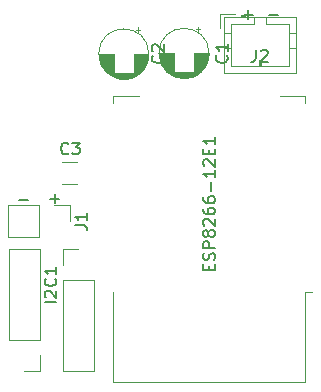
<source format=gbr>
%TF.GenerationSoftware,KiCad,Pcbnew,(5.1.6-0-10_14)*%
%TF.CreationDate,2020-10-28T22:54:16-04:00*%
%TF.ProjectId,weather_external,77656174-6865-4725-9f65-787465726e61,rev?*%
%TF.SameCoordinates,Original*%
%TF.FileFunction,Legend,Top*%
%TF.FilePolarity,Positive*%
%FSLAX46Y46*%
G04 Gerber Fmt 4.6, Leading zero omitted, Abs format (unit mm)*
G04 Created by KiCad (PCBNEW (5.1.6-0-10_14)) date 2020-10-28 22:54:16*
%MOMM*%
%LPD*%
G01*
G04 APERTURE LIST*
%ADD10C,0.150000*%
%ADD11C,0.120000*%
G04 APERTURE END LIST*
D10*
X20030952Y-65503571D02*
X19269047Y-65503571D01*
X17144047Y-65471428D02*
X17905952Y-65471428D01*
X17525000Y-65852380D02*
X17525000Y-65090476D01*
X-1880952Y-81121428D02*
X-1119047Y-81121428D01*
X794047Y-81021428D02*
X1555952Y-81021428D01*
X1175000Y-81402380D02*
X1175000Y-80640476D01*
D11*
%TO.C,FTDI1*%
X-95000Y-95580000D02*
X-1425000Y-95580000D01*
X-95000Y-94250000D02*
X-95000Y-95580000D01*
X-95000Y-92980000D02*
X-2755000Y-92980000D01*
X-2755000Y-92980000D02*
X-2755000Y-85300000D01*
X-95000Y-92980000D02*
X-95000Y-85300000D01*
X-95000Y-85300000D02*
X-2755000Y-85300000D01*
%TO.C,C3*%
X3029000Y-77955000D02*
X1771000Y-77955000D01*
X3029000Y-79795000D02*
X1771000Y-79795000D01*
%TO.C,I2C1*%
X1820000Y-95600000D02*
X4480000Y-95600000D01*
X1820000Y-87920000D02*
X1820000Y-95600000D01*
X4480000Y-87920000D02*
X4480000Y-95600000D01*
X1820000Y-87920000D02*
X4480000Y-87920000D01*
X1820000Y-86650000D02*
X1820000Y-85320000D01*
X1820000Y-85320000D02*
X3150000Y-85320000D01*
%TO.C,J1*%
X-2770000Y-81595000D02*
X-2770000Y-84255000D01*
X-170000Y-81595000D02*
X-2770000Y-81595000D01*
X-170000Y-84255000D02*
X-2770000Y-84255000D01*
X-170000Y-81595000D02*
X-170000Y-84255000D01*
X1100000Y-81595000D02*
X2430000Y-81595000D01*
X2430000Y-81595000D02*
X2430000Y-82925000D01*
%TO.C,ESP8266-12E1*%
X22370000Y-96545000D02*
X6130000Y-96545000D01*
X6130000Y-96545000D02*
X6130000Y-88925000D01*
X6130000Y-72925000D02*
X6130000Y-72305000D01*
X6130000Y-72305000D02*
X8250000Y-72305000D01*
X20250000Y-72305000D02*
X22370000Y-72305000D01*
X22370000Y-72305000D02*
X22370000Y-72925000D01*
X22370000Y-88925000D02*
X22370000Y-96545000D01*
X22370000Y-88925000D02*
X22980000Y-88925000D01*
%TO.C,C2*%
X9120000Y-68775000D02*
G75*
G03*
X9120000Y-68775000I-2120000J0D01*
G01*
X6160000Y-68775000D02*
X4920000Y-68775000D01*
X9080000Y-68775000D02*
X7840000Y-68775000D01*
X6160000Y-68815000D02*
X4920000Y-68815000D01*
X9080000Y-68815000D02*
X7840000Y-68815000D01*
X6160000Y-68855000D02*
X4921000Y-68855000D01*
X9079000Y-68855000D02*
X7840000Y-68855000D01*
X9077000Y-68895000D02*
X7840000Y-68895000D01*
X6160000Y-68895000D02*
X4923000Y-68895000D01*
X9074000Y-68935000D02*
X7840000Y-68935000D01*
X6160000Y-68935000D02*
X4926000Y-68935000D01*
X9071000Y-68975000D02*
X7840000Y-68975000D01*
X6160000Y-68975000D02*
X4929000Y-68975000D01*
X9067000Y-69015000D02*
X7840000Y-69015000D01*
X6160000Y-69015000D02*
X4933000Y-69015000D01*
X9062000Y-69055000D02*
X7840000Y-69055000D01*
X6160000Y-69055000D02*
X4938000Y-69055000D01*
X9056000Y-69095000D02*
X7840000Y-69095000D01*
X6160000Y-69095000D02*
X4944000Y-69095000D01*
X9050000Y-69135000D02*
X7840000Y-69135000D01*
X6160000Y-69135000D02*
X4950000Y-69135000D01*
X9042000Y-69175000D02*
X7840000Y-69175000D01*
X6160000Y-69175000D02*
X4958000Y-69175000D01*
X9034000Y-69215000D02*
X7840000Y-69215000D01*
X6160000Y-69215000D02*
X4966000Y-69215000D01*
X9025000Y-69255000D02*
X7840000Y-69255000D01*
X6160000Y-69255000D02*
X4975000Y-69255000D01*
X9016000Y-69295000D02*
X7840000Y-69295000D01*
X6160000Y-69295000D02*
X4984000Y-69295000D01*
X9005000Y-69335000D02*
X7840000Y-69335000D01*
X6160000Y-69335000D02*
X4995000Y-69335000D01*
X8994000Y-69375000D02*
X7840000Y-69375000D01*
X6160000Y-69375000D02*
X5006000Y-69375000D01*
X8982000Y-69415000D02*
X7840000Y-69415000D01*
X6160000Y-69415000D02*
X5018000Y-69415000D01*
X8968000Y-69455000D02*
X7840000Y-69455000D01*
X6160000Y-69455000D02*
X5032000Y-69455000D01*
X8954000Y-69496000D02*
X7840000Y-69496000D01*
X6160000Y-69496000D02*
X5046000Y-69496000D01*
X8940000Y-69536000D02*
X7840000Y-69536000D01*
X6160000Y-69536000D02*
X5060000Y-69536000D01*
X8924000Y-69576000D02*
X7840000Y-69576000D01*
X6160000Y-69576000D02*
X5076000Y-69576000D01*
X8907000Y-69616000D02*
X7840000Y-69616000D01*
X6160000Y-69616000D02*
X5093000Y-69616000D01*
X8889000Y-69656000D02*
X7840000Y-69656000D01*
X6160000Y-69656000D02*
X5111000Y-69656000D01*
X8870000Y-69696000D02*
X7840000Y-69696000D01*
X6160000Y-69696000D02*
X5130000Y-69696000D01*
X8851000Y-69736000D02*
X7840000Y-69736000D01*
X6160000Y-69736000D02*
X5149000Y-69736000D01*
X8830000Y-69776000D02*
X7840000Y-69776000D01*
X6160000Y-69776000D02*
X5170000Y-69776000D01*
X8808000Y-69816000D02*
X7840000Y-69816000D01*
X6160000Y-69816000D02*
X5192000Y-69816000D01*
X8785000Y-69856000D02*
X7840000Y-69856000D01*
X6160000Y-69856000D02*
X5215000Y-69856000D01*
X8760000Y-69896000D02*
X7840000Y-69896000D01*
X6160000Y-69896000D02*
X5240000Y-69896000D01*
X8735000Y-69936000D02*
X7840000Y-69936000D01*
X6160000Y-69936000D02*
X5265000Y-69936000D01*
X8708000Y-69976000D02*
X7840000Y-69976000D01*
X6160000Y-69976000D02*
X5292000Y-69976000D01*
X8680000Y-70016000D02*
X7840000Y-70016000D01*
X6160000Y-70016000D02*
X5320000Y-70016000D01*
X8650000Y-70056000D02*
X7840000Y-70056000D01*
X6160000Y-70056000D02*
X5350000Y-70056000D01*
X8619000Y-70096000D02*
X7840000Y-70096000D01*
X6160000Y-70096000D02*
X5381000Y-70096000D01*
X8587000Y-70136000D02*
X7840000Y-70136000D01*
X6160000Y-70136000D02*
X5413000Y-70136000D01*
X8552000Y-70176000D02*
X7840000Y-70176000D01*
X6160000Y-70176000D02*
X5448000Y-70176000D01*
X8516000Y-70216000D02*
X7840000Y-70216000D01*
X6160000Y-70216000D02*
X5484000Y-70216000D01*
X8478000Y-70256000D02*
X7840000Y-70256000D01*
X6160000Y-70256000D02*
X5522000Y-70256000D01*
X8438000Y-70296000D02*
X7840000Y-70296000D01*
X6160000Y-70296000D02*
X5562000Y-70296000D01*
X8396000Y-70336000D02*
X7840000Y-70336000D01*
X6160000Y-70336000D02*
X5604000Y-70336000D01*
X8351000Y-70376000D02*
X5649000Y-70376000D01*
X8304000Y-70416000D02*
X5696000Y-70416000D01*
X8254000Y-70456000D02*
X5746000Y-70456000D01*
X8200000Y-70496000D02*
X5800000Y-70496000D01*
X8142000Y-70536000D02*
X5858000Y-70536000D01*
X8080000Y-70576000D02*
X5920000Y-70576000D01*
X8013000Y-70616000D02*
X5987000Y-70616000D01*
X7940000Y-70656000D02*
X6060000Y-70656000D01*
X7859000Y-70696000D02*
X6141000Y-70696000D01*
X7768000Y-70736000D02*
X6232000Y-70736000D01*
X7664000Y-70776000D02*
X6336000Y-70776000D01*
X7537000Y-70816000D02*
X6463000Y-70816000D01*
X7370000Y-70856000D02*
X6630000Y-70856000D01*
X8195000Y-66505199D02*
X8195000Y-66905199D01*
X8395000Y-66705199D02*
X7995000Y-66705199D01*
%TO.C,J2*%
X15165000Y-65365000D02*
X15165000Y-66615000D01*
X16415000Y-65365000D02*
X15165000Y-65365000D01*
X18525000Y-69775000D02*
X18525000Y-69275000D01*
X18625000Y-69275000D02*
X18625000Y-69775000D01*
X18425000Y-69275000D02*
X18625000Y-69275000D01*
X18425000Y-69775000D02*
X18425000Y-69275000D01*
X21585000Y-68275000D02*
X20975000Y-68275000D01*
X21585000Y-66975000D02*
X20975000Y-66975000D01*
X15465000Y-68275000D02*
X16075000Y-68275000D01*
X15465000Y-66975000D02*
X16075000Y-66975000D01*
X19025000Y-66275000D02*
X19025000Y-65665000D01*
X20975000Y-66275000D02*
X19025000Y-66275000D01*
X20975000Y-69775000D02*
X20975000Y-66275000D01*
X16075000Y-69775000D02*
X20975000Y-69775000D01*
X16075000Y-66275000D02*
X16075000Y-69775000D01*
X18025000Y-66275000D02*
X16075000Y-66275000D01*
X18025000Y-65665000D02*
X18025000Y-66275000D01*
X17225000Y-65565000D02*
X16925000Y-65565000D01*
X16925000Y-65465000D02*
X16925000Y-65665000D01*
X17225000Y-65465000D02*
X16925000Y-65465000D01*
X17225000Y-65665000D02*
X17225000Y-65465000D01*
X21585000Y-65665000D02*
X15465000Y-65665000D01*
X21585000Y-70385000D02*
X21585000Y-65665000D01*
X15465000Y-70385000D02*
X21585000Y-70385000D01*
X15465000Y-65665000D02*
X15465000Y-70385000D01*
%TO.C,C1*%
X14220000Y-68725000D02*
G75*
G03*
X14220000Y-68725000I-2120000J0D01*
G01*
X11260000Y-68725000D02*
X10020000Y-68725000D01*
X14180000Y-68725000D02*
X12940000Y-68725000D01*
X11260000Y-68765000D02*
X10020000Y-68765000D01*
X14180000Y-68765000D02*
X12940000Y-68765000D01*
X11260000Y-68805000D02*
X10021000Y-68805000D01*
X14179000Y-68805000D02*
X12940000Y-68805000D01*
X14177000Y-68845000D02*
X12940000Y-68845000D01*
X11260000Y-68845000D02*
X10023000Y-68845000D01*
X14174000Y-68885000D02*
X12940000Y-68885000D01*
X11260000Y-68885000D02*
X10026000Y-68885000D01*
X14171000Y-68925000D02*
X12940000Y-68925000D01*
X11260000Y-68925000D02*
X10029000Y-68925000D01*
X14167000Y-68965000D02*
X12940000Y-68965000D01*
X11260000Y-68965000D02*
X10033000Y-68965000D01*
X14162000Y-69005000D02*
X12940000Y-69005000D01*
X11260000Y-69005000D02*
X10038000Y-69005000D01*
X14156000Y-69045000D02*
X12940000Y-69045000D01*
X11260000Y-69045000D02*
X10044000Y-69045000D01*
X14150000Y-69085000D02*
X12940000Y-69085000D01*
X11260000Y-69085000D02*
X10050000Y-69085000D01*
X14142000Y-69125000D02*
X12940000Y-69125000D01*
X11260000Y-69125000D02*
X10058000Y-69125000D01*
X14134000Y-69165000D02*
X12940000Y-69165000D01*
X11260000Y-69165000D02*
X10066000Y-69165000D01*
X14125000Y-69205000D02*
X12940000Y-69205000D01*
X11260000Y-69205000D02*
X10075000Y-69205000D01*
X14116000Y-69245000D02*
X12940000Y-69245000D01*
X11260000Y-69245000D02*
X10084000Y-69245000D01*
X14105000Y-69285000D02*
X12940000Y-69285000D01*
X11260000Y-69285000D02*
X10095000Y-69285000D01*
X14094000Y-69325000D02*
X12940000Y-69325000D01*
X11260000Y-69325000D02*
X10106000Y-69325000D01*
X14082000Y-69365000D02*
X12940000Y-69365000D01*
X11260000Y-69365000D02*
X10118000Y-69365000D01*
X14068000Y-69405000D02*
X12940000Y-69405000D01*
X11260000Y-69405000D02*
X10132000Y-69405000D01*
X14054000Y-69446000D02*
X12940000Y-69446000D01*
X11260000Y-69446000D02*
X10146000Y-69446000D01*
X14040000Y-69486000D02*
X12940000Y-69486000D01*
X11260000Y-69486000D02*
X10160000Y-69486000D01*
X14024000Y-69526000D02*
X12940000Y-69526000D01*
X11260000Y-69526000D02*
X10176000Y-69526000D01*
X14007000Y-69566000D02*
X12940000Y-69566000D01*
X11260000Y-69566000D02*
X10193000Y-69566000D01*
X13989000Y-69606000D02*
X12940000Y-69606000D01*
X11260000Y-69606000D02*
X10211000Y-69606000D01*
X13970000Y-69646000D02*
X12940000Y-69646000D01*
X11260000Y-69646000D02*
X10230000Y-69646000D01*
X13951000Y-69686000D02*
X12940000Y-69686000D01*
X11260000Y-69686000D02*
X10249000Y-69686000D01*
X13930000Y-69726000D02*
X12940000Y-69726000D01*
X11260000Y-69726000D02*
X10270000Y-69726000D01*
X13908000Y-69766000D02*
X12940000Y-69766000D01*
X11260000Y-69766000D02*
X10292000Y-69766000D01*
X13885000Y-69806000D02*
X12940000Y-69806000D01*
X11260000Y-69806000D02*
X10315000Y-69806000D01*
X13860000Y-69846000D02*
X12940000Y-69846000D01*
X11260000Y-69846000D02*
X10340000Y-69846000D01*
X13835000Y-69886000D02*
X12940000Y-69886000D01*
X11260000Y-69886000D02*
X10365000Y-69886000D01*
X13808000Y-69926000D02*
X12940000Y-69926000D01*
X11260000Y-69926000D02*
X10392000Y-69926000D01*
X13780000Y-69966000D02*
X12940000Y-69966000D01*
X11260000Y-69966000D02*
X10420000Y-69966000D01*
X13750000Y-70006000D02*
X12940000Y-70006000D01*
X11260000Y-70006000D02*
X10450000Y-70006000D01*
X13719000Y-70046000D02*
X12940000Y-70046000D01*
X11260000Y-70046000D02*
X10481000Y-70046000D01*
X13687000Y-70086000D02*
X12940000Y-70086000D01*
X11260000Y-70086000D02*
X10513000Y-70086000D01*
X13652000Y-70126000D02*
X12940000Y-70126000D01*
X11260000Y-70126000D02*
X10548000Y-70126000D01*
X13616000Y-70166000D02*
X12940000Y-70166000D01*
X11260000Y-70166000D02*
X10584000Y-70166000D01*
X13578000Y-70206000D02*
X12940000Y-70206000D01*
X11260000Y-70206000D02*
X10622000Y-70206000D01*
X13538000Y-70246000D02*
X12940000Y-70246000D01*
X11260000Y-70246000D02*
X10662000Y-70246000D01*
X13496000Y-70286000D02*
X12940000Y-70286000D01*
X11260000Y-70286000D02*
X10704000Y-70286000D01*
X13451000Y-70326000D02*
X10749000Y-70326000D01*
X13404000Y-70366000D02*
X10796000Y-70366000D01*
X13354000Y-70406000D02*
X10846000Y-70406000D01*
X13300000Y-70446000D02*
X10900000Y-70446000D01*
X13242000Y-70486000D02*
X10958000Y-70486000D01*
X13180000Y-70526000D02*
X11020000Y-70526000D01*
X13113000Y-70566000D02*
X11087000Y-70566000D01*
X13040000Y-70606000D02*
X11160000Y-70606000D01*
X12959000Y-70646000D02*
X11241000Y-70646000D01*
X12868000Y-70686000D02*
X11332000Y-70686000D01*
X12764000Y-70726000D02*
X11436000Y-70726000D01*
X12637000Y-70766000D02*
X11563000Y-70766000D01*
X12470000Y-70806000D02*
X11730000Y-70806000D01*
X13295000Y-66455199D02*
X13295000Y-66855199D01*
X13495000Y-66655199D02*
X13095000Y-66655199D01*
%TO.C,C3*%
D10*
X2308333Y-77182142D02*
X2260714Y-77229761D01*
X2117857Y-77277380D01*
X2022619Y-77277380D01*
X1879761Y-77229761D01*
X1784523Y-77134523D01*
X1736904Y-77039285D01*
X1689285Y-76848809D01*
X1689285Y-76705952D01*
X1736904Y-76515476D01*
X1784523Y-76420238D01*
X1879761Y-76325000D01*
X2022619Y-76277380D01*
X2117857Y-76277380D01*
X2260714Y-76325000D01*
X2308333Y-76372619D01*
X2641666Y-76277380D02*
X3260714Y-76277380D01*
X2927380Y-76658333D01*
X3070238Y-76658333D01*
X3165476Y-76705952D01*
X3213095Y-76753571D01*
X3260714Y-76848809D01*
X3260714Y-77086904D01*
X3213095Y-77182142D01*
X3165476Y-77229761D01*
X3070238Y-77277380D01*
X2784523Y-77277380D01*
X2689285Y-77229761D01*
X2641666Y-77182142D01*
%TO.C,I2C1*%
X1302380Y-89802380D02*
X302380Y-89802380D01*
X397619Y-89373809D02*
X349999Y-89326190D01*
X302380Y-89230952D01*
X302380Y-88992857D01*
X349999Y-88897619D01*
X397619Y-88850000D01*
X492857Y-88802380D01*
X588095Y-88802380D01*
X730952Y-88850000D01*
X1302380Y-89421428D01*
X1302380Y-88802380D01*
X1207142Y-87802380D02*
X1254761Y-87850000D01*
X1302380Y-87992857D01*
X1302380Y-88088095D01*
X1254761Y-88230952D01*
X1159523Y-88326190D01*
X1064285Y-88373809D01*
X873809Y-88421428D01*
X730952Y-88421428D01*
X540476Y-88373809D01*
X445238Y-88326190D01*
X350000Y-88230952D01*
X302380Y-88088095D01*
X302380Y-87992857D01*
X350000Y-87850000D01*
X397619Y-87802380D01*
X1302380Y-86850000D02*
X1302380Y-87421428D01*
X1302380Y-87135714D02*
X302380Y-87135714D01*
X445238Y-87230952D01*
X540476Y-87326190D01*
X588095Y-87421428D01*
%TO.C,J1*%
X2882380Y-83258333D02*
X3596666Y-83258333D01*
X3739523Y-83305952D01*
X3834761Y-83401190D01*
X3882380Y-83544047D01*
X3882380Y-83639285D01*
X3882380Y-82258333D02*
X3882380Y-82829761D01*
X3882380Y-82544047D02*
X2882380Y-82544047D01*
X3025238Y-82639285D01*
X3120476Y-82734523D01*
X3168095Y-82829761D01*
%TO.C,ESP8266-12E1*%
X14203571Y-87070238D02*
X14203571Y-86736904D01*
X14727380Y-86594047D02*
X14727380Y-87070238D01*
X13727380Y-87070238D01*
X13727380Y-86594047D01*
X14679761Y-86213095D02*
X14727380Y-86070238D01*
X14727380Y-85832142D01*
X14679761Y-85736904D01*
X14632142Y-85689285D01*
X14536904Y-85641666D01*
X14441666Y-85641666D01*
X14346428Y-85689285D01*
X14298809Y-85736904D01*
X14251190Y-85832142D01*
X14203571Y-86022619D01*
X14155952Y-86117857D01*
X14108333Y-86165476D01*
X14013095Y-86213095D01*
X13917857Y-86213095D01*
X13822619Y-86165476D01*
X13775000Y-86117857D01*
X13727380Y-86022619D01*
X13727380Y-85784523D01*
X13775000Y-85641666D01*
X14727380Y-85213095D02*
X13727380Y-85213095D01*
X13727380Y-84832142D01*
X13775000Y-84736904D01*
X13822619Y-84689285D01*
X13917857Y-84641666D01*
X14060714Y-84641666D01*
X14155952Y-84689285D01*
X14203571Y-84736904D01*
X14251190Y-84832142D01*
X14251190Y-85213095D01*
X14155952Y-84070238D02*
X14108333Y-84165476D01*
X14060714Y-84213095D01*
X13965476Y-84260714D01*
X13917857Y-84260714D01*
X13822619Y-84213095D01*
X13775000Y-84165476D01*
X13727380Y-84070238D01*
X13727380Y-83879761D01*
X13775000Y-83784523D01*
X13822619Y-83736904D01*
X13917857Y-83689285D01*
X13965476Y-83689285D01*
X14060714Y-83736904D01*
X14108333Y-83784523D01*
X14155952Y-83879761D01*
X14155952Y-84070238D01*
X14203571Y-84165476D01*
X14251190Y-84213095D01*
X14346428Y-84260714D01*
X14536904Y-84260714D01*
X14632142Y-84213095D01*
X14679761Y-84165476D01*
X14727380Y-84070238D01*
X14727380Y-83879761D01*
X14679761Y-83784523D01*
X14632142Y-83736904D01*
X14536904Y-83689285D01*
X14346428Y-83689285D01*
X14251190Y-83736904D01*
X14203571Y-83784523D01*
X14155952Y-83879761D01*
X13822619Y-83308333D02*
X13775000Y-83260714D01*
X13727380Y-83165476D01*
X13727380Y-82927380D01*
X13775000Y-82832142D01*
X13822619Y-82784523D01*
X13917857Y-82736904D01*
X14013095Y-82736904D01*
X14155952Y-82784523D01*
X14727380Y-83355952D01*
X14727380Y-82736904D01*
X13727380Y-81879761D02*
X13727380Y-82070238D01*
X13775000Y-82165476D01*
X13822619Y-82213095D01*
X13965476Y-82308333D01*
X14155952Y-82355952D01*
X14536904Y-82355952D01*
X14632142Y-82308333D01*
X14679761Y-82260714D01*
X14727380Y-82165476D01*
X14727380Y-81975000D01*
X14679761Y-81879761D01*
X14632142Y-81832142D01*
X14536904Y-81784523D01*
X14298809Y-81784523D01*
X14203571Y-81832142D01*
X14155952Y-81879761D01*
X14108333Y-81975000D01*
X14108333Y-82165476D01*
X14155952Y-82260714D01*
X14203571Y-82308333D01*
X14298809Y-82355952D01*
X13727380Y-80927380D02*
X13727380Y-81117857D01*
X13775000Y-81213095D01*
X13822619Y-81260714D01*
X13965476Y-81355952D01*
X14155952Y-81403571D01*
X14536904Y-81403571D01*
X14632142Y-81355952D01*
X14679761Y-81308333D01*
X14727380Y-81213095D01*
X14727380Y-81022619D01*
X14679761Y-80927380D01*
X14632142Y-80879761D01*
X14536904Y-80832142D01*
X14298809Y-80832142D01*
X14203571Y-80879761D01*
X14155952Y-80927380D01*
X14108333Y-81022619D01*
X14108333Y-81213095D01*
X14155952Y-81308333D01*
X14203571Y-81355952D01*
X14298809Y-81403571D01*
X14346428Y-80403571D02*
X14346428Y-79641666D01*
X14727380Y-78641666D02*
X14727380Y-79213095D01*
X14727380Y-78927380D02*
X13727380Y-78927380D01*
X13870238Y-79022619D01*
X13965476Y-79117857D01*
X14013095Y-79213095D01*
X13822619Y-78260714D02*
X13775000Y-78213095D01*
X13727380Y-78117857D01*
X13727380Y-77879761D01*
X13775000Y-77784523D01*
X13822619Y-77736904D01*
X13917857Y-77689285D01*
X14013095Y-77689285D01*
X14155952Y-77736904D01*
X14727380Y-78308333D01*
X14727380Y-77689285D01*
X14203571Y-77260714D02*
X14203571Y-76927380D01*
X14727380Y-76784523D02*
X14727380Y-77260714D01*
X13727380Y-77260714D01*
X13727380Y-76784523D01*
X14727380Y-75832142D02*
X14727380Y-76403571D01*
X14727380Y-76117857D02*
X13727380Y-76117857D01*
X13870238Y-76213095D01*
X13965476Y-76308333D01*
X14013095Y-76403571D01*
%TO.C,C2*%
X10282142Y-68916666D02*
X10329761Y-68964285D01*
X10377380Y-69107142D01*
X10377380Y-69202380D01*
X10329761Y-69345238D01*
X10234523Y-69440476D01*
X10139285Y-69488095D01*
X9948809Y-69535714D01*
X9805952Y-69535714D01*
X9615476Y-69488095D01*
X9520238Y-69440476D01*
X9425000Y-69345238D01*
X9377380Y-69202380D01*
X9377380Y-69107142D01*
X9425000Y-68964285D01*
X9472619Y-68916666D01*
X9472619Y-68535714D02*
X9425000Y-68488095D01*
X9377380Y-68392857D01*
X9377380Y-68154761D01*
X9425000Y-68059523D01*
X9472619Y-68011904D01*
X9567857Y-67964285D01*
X9663095Y-67964285D01*
X9805952Y-68011904D01*
X10377380Y-68583333D01*
X10377380Y-67964285D01*
%TO.C,J2*%
X18191666Y-68427380D02*
X18191666Y-69141666D01*
X18144047Y-69284523D01*
X18048809Y-69379761D01*
X17905952Y-69427380D01*
X17810714Y-69427380D01*
X18620238Y-68522619D02*
X18667857Y-68475000D01*
X18763095Y-68427380D01*
X19001190Y-68427380D01*
X19096428Y-68475000D01*
X19144047Y-68522619D01*
X19191666Y-68617857D01*
X19191666Y-68713095D01*
X19144047Y-68855952D01*
X18572619Y-69427380D01*
X19191666Y-69427380D01*
%TO.C,C1*%
X15707142Y-68891666D02*
X15754761Y-68939285D01*
X15802380Y-69082142D01*
X15802380Y-69177380D01*
X15754761Y-69320238D01*
X15659523Y-69415476D01*
X15564285Y-69463095D01*
X15373809Y-69510714D01*
X15230952Y-69510714D01*
X15040476Y-69463095D01*
X14945238Y-69415476D01*
X14850000Y-69320238D01*
X14802380Y-69177380D01*
X14802380Y-69082142D01*
X14850000Y-68939285D01*
X14897619Y-68891666D01*
X15802380Y-67939285D02*
X15802380Y-68510714D01*
X15802380Y-68225000D02*
X14802380Y-68225000D01*
X14945238Y-68320238D01*
X15040476Y-68415476D01*
X15088095Y-68510714D01*
%TD*%
M02*

</source>
